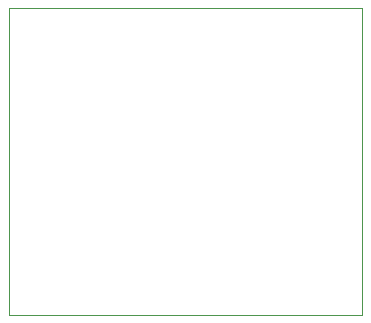
<source format=gbr>
%TF.GenerationSoftware,KiCad,Pcbnew,8.0.2*%
%TF.CreationDate,2024-08-12T19:30:07-07:00*%
%TF.ProjectId,socket_test,736f636b-6574-45f7-9465-73742e6b6963,rev?*%
%TF.SameCoordinates,Original*%
%TF.FileFunction,Profile,NP*%
%FSLAX46Y46*%
G04 Gerber Fmt 4.6, Leading zero omitted, Abs format (unit mm)*
G04 Created by KiCad (PCBNEW 8.0.2) date 2024-08-12 19:30:07*
%MOMM*%
%LPD*%
G01*
G04 APERTURE LIST*
%TA.AperFunction,Profile*%
%ADD10C,0.050000*%
%TD*%
G04 APERTURE END LIST*
D10*
X235051600Y-125069600D02*
X264922000Y-125069600D01*
X264922000Y-151053800D01*
X235051600Y-151053800D01*
X235051600Y-125069600D01*
M02*

</source>
